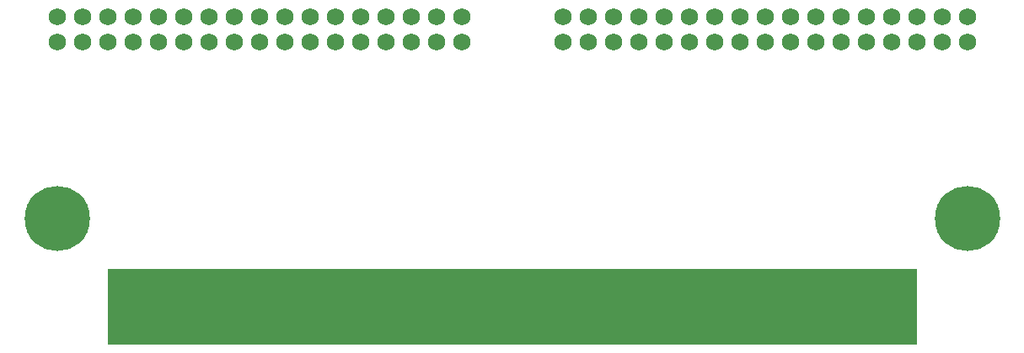
<source format=gbs>
G75*
G70*
%OFA0B0*%
%FSLAX24Y24*%
%IPPOS*%
%LPD*%
%AMOC8*
5,1,8,0,0,1.08239X$1,22.5*
%
%ADD10C,0.0680*%
%ADD11R,3.2000X0.3000*%
%ADD12C,0.2580*%
D10*
X002160Y012100D03*
X003160Y012100D03*
X004160Y012100D03*
X005160Y012100D03*
X006160Y012100D03*
X007160Y012100D03*
X008160Y012100D03*
X009160Y012100D03*
X010160Y012100D03*
X011160Y012100D03*
X012160Y012100D03*
X013160Y012100D03*
X014160Y012100D03*
X015160Y012100D03*
X016160Y012100D03*
X017160Y012100D03*
X018160Y012100D03*
X018160Y013100D03*
X017160Y013100D03*
X016160Y013100D03*
X015160Y013100D03*
X014160Y013100D03*
X013160Y013100D03*
X012160Y013100D03*
X011160Y013100D03*
X010160Y013100D03*
X009160Y013100D03*
X008160Y013100D03*
X007160Y013100D03*
X006160Y013100D03*
X005160Y013100D03*
X004160Y013100D03*
X003160Y013100D03*
X002160Y013100D03*
X022160Y013100D03*
X023160Y013100D03*
X024160Y013100D03*
X025160Y013100D03*
X026160Y013100D03*
X027160Y013100D03*
X028160Y013100D03*
X029160Y013100D03*
X030160Y013100D03*
X031160Y013100D03*
X032160Y013100D03*
X033160Y013100D03*
X034160Y013100D03*
X035160Y013100D03*
X036160Y013100D03*
X037160Y013100D03*
X038160Y013100D03*
X038160Y012100D03*
X037160Y012100D03*
X036160Y012100D03*
X035160Y012100D03*
X034160Y012100D03*
X033160Y012100D03*
X032160Y012100D03*
X031160Y012100D03*
X030160Y012100D03*
X029160Y012100D03*
X028160Y012100D03*
X027160Y012100D03*
X026160Y012100D03*
X025160Y012100D03*
X024160Y012100D03*
X023160Y012100D03*
X022160Y012100D03*
D11*
X020160Y001600D03*
D12*
X002160Y005100D03*
X038160Y005100D03*
M02*

</source>
